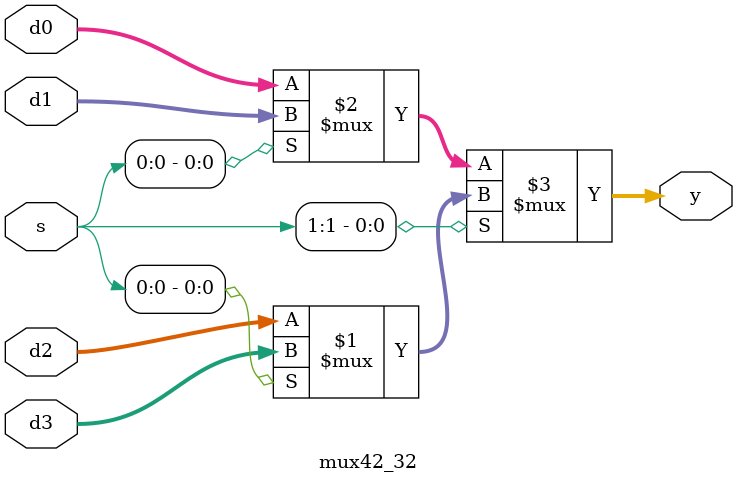
<source format=v>
module mux42_32 #(parameter WIDTH = 32)
(input [WIDTH-1:0] d0, d1,d2,d3,
input [1:0]s,
output [WIDTH-1:0] y);
assign y = s[1] ? (s[0] ? d3 : d2) : (s[0] ? d1 : d0);
endmodule
</source>
